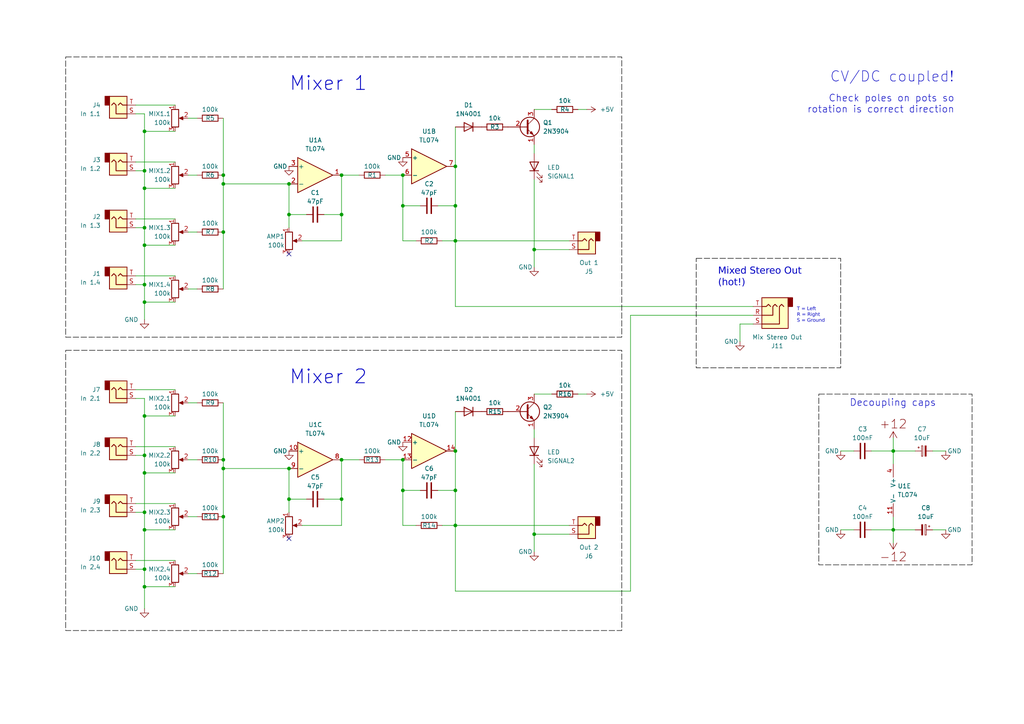
<source format=kicad_sch>
(kicad_sch (version 20230121) (generator eeschema)
  (paper "A4")
  (lib_symbols
    (symbol "Amplifier_Operational:TL074" (pin_names (offset 0.127))
      (property "Reference" "U" (at 0 5.08 0))
      (property "Value" "TL074" (at 0 -5.08 0))
      (symbol "TL074_1_1"
        (polyline (pts (xy -5.08 5.08) (xy 5.08 0) (xy -5.08 -5.08) (xy -5.08 5.08)) (stroke (width 0.254)) (fill (type background)))
        (pin output line (at 7.62 0 180) (length 2.54) (name "~") (number "1"))
        (pin input line (at -7.62 -2.54 0) (length 2.54) (name "-") (number "2"))
        (pin input line (at -7.62 2.54 0) (length 2.54) (name "+") (number "3"))
      )
      (symbol "TL074_2_1"
        (polyline (pts (xy -5.08 5.08) (xy 5.08 0) (xy -5.08 -5.08) (xy -5.08 5.08)) (stroke (width 0.254)) (fill (type background)))
        (pin input line (at -7.62 2.54 0) (length 2.54) (name "+") (number "5"))
        (pin input line (at -7.62 -2.54 0) (length 2.54) (name "-") (number "6"))
        (pin output line (at 7.62 0 180) (length 2.54) (name "~") (number "7"))
      )
      (symbol "TL074_3_1"
        (polyline (pts (xy -5.08 5.08) (xy 5.08 0) (xy -5.08 -5.08) (xy -5.08 5.08)) (stroke (width 0.254)) (fill (type background)))
        (pin input line (at -7.62 2.54 0) (length 2.54) (name "+") (number "10"))
        (pin output line (at 7.62 0 180) (length 2.54) (name "~") (number "8"))
        (pin input line (at -7.62 -2.54 0) (length 2.54) (name "-") (number "9"))
      )
      (symbol "TL074_4_1"
        (polyline (pts (xy -5.08 5.08) (xy 5.08 0) (xy -5.08 -5.08) (xy -5.08 5.08)) (stroke (width 0.254)) (fill (type background)))
        (pin input line (at -7.62 2.54 0) (length 2.54) (name "+") (number "12"))
        (pin input line (at -7.62 -2.54 0) (length 2.54) (name "-") (number "13"))
        (pin output line (at 7.62 0 180) (length 2.54) (name "~") (number "14"))
      )
      (symbol "TL074_5_1"
        (pin power_in line (at -2.54 -7.62 90) (length 3.81) (name "V-") (number "11"))
        (pin power_in line (at -2.54 7.62 270) (length 3.81) (name "V+") (number "4"))
      )
    )
    (symbol "Connector_Audio:AudioJack2"
      (property "Reference" "J" (at 0 8.89 0))
      (property "Value" "AudioJack2" (at 0 6.35 0))
      (symbol "AudioJack2_0_1"
        (rectangle (start -3.81 0) (end -2.54 -2.54) (stroke (width 0.254)) (fill (type outline)))
        (rectangle (start -2.54 3.81) (end 2.54 -2.54) (stroke (width 0.254)) (fill (type background)))
        (polyline (pts (xy 0 0) (xy 0.635 -0.635) (xy 1.27 0) (xy 2.54 0)) (stroke (width 0.254)))
        (polyline (pts (xy 2.54 2.54) (xy -0.635 2.54) (xy -0.635 0) (xy -1.27 -0.635) (xy -1.905 0)) (stroke (width 0.254)))
      )
      (symbol "AudioJack2_1_1"
        (pin passive line (at 5.08 2.54 180) (length 2.54) (name "~") (number "S"))
        (pin passive line (at 5.08 0 180) (length 2.54) (name "~") (number "T"))
      )
    )
    (symbol "Connector_Audio:AudioJack3"
      (property "Reference" "J" (at 0 8.89 0))
      (property "Value" "AudioJack3" (at 0 6.35 0))
      (symbol "AudioJack3_0_1"
        (rectangle (start -5.08 -5.08) (end -6.35 -2.54) (stroke (width 0.254)) (fill (type outline)))
        (polyline (pts (xy 0 -2.54) (xy 0.635 -3.175) (xy 1.27 -2.54) (xy 2.54 -2.54)) (stroke (width 0.254)))
        (polyline (pts (xy -1.905 -2.54) (xy -1.27 -3.175) (xy -0.635 -2.54) (xy -0.635 0) (xy 2.54 0)) (stroke (width 0.254)))
        (polyline (pts (xy 2.54 2.54) (xy -2.54 2.54) (xy -2.54 -2.54) (xy -3.175 -3.175) (xy -3.81 -2.54)) (stroke (width 0.254)))
        (rectangle (start 2.54 3.81) (end -5.08 -5.08) (stroke (width 0.254)) (fill (type background)))
      )
      (symbol "AudioJack3_1_1"
        (pin passive line (at 5.08 0 180) (length 2.54) (name "~") (number "R"))
        (pin passive line (at 5.08 2.54 180) (length 2.54) (name "~") (number "S"))
        (pin passive line (at 5.08 -2.54 180) (length 2.54) (name "~") (number "T"))
      )
    )
    (symbol "Device:C_Polarized_Small" (pin_numbers hide) (pin_names (offset 0.254) hide)
      (property "Reference" "C" (at 0.254 1.778 0))
      (property "Value" "C_Polarized_Small" (at 0.254 -2.032 0))
      (symbol "C_Polarized_Small_0_1"
        (rectangle (start -1.524 -0.3048) (end 1.524 -0.6858) (fill (type outline)))
        (rectangle (start -1.524 0.6858) (end 1.524 0.3048))
        (polyline (pts (xy -1.27 1.524) (xy -0.762 1.524)))
        (polyline (pts (xy -1.016 1.27) (xy -1.016 1.778)))
      )
      (symbol "C_Polarized_Small_1_1"
        (pin passive line (at 0 2.54 270) (length 1.8542) (name "~") (number "1"))
        (pin passive line (at 0 -2.54 90) (length 1.8542) (name "~") (number "2"))
      )
    )
    (symbol "Device:LED" (pin_numbers hide) (pin_names (offset 1.016) hide)
      (property "Reference" "D" (at 0 2.54 0))
      (property "Value" "LED" (at 0 -2.54 0))
      (symbol "LED_0_1"
        (polyline (pts (xy -1.27 -1.27) (xy -1.27 1.27)) (stroke (width 0.254)))
        (polyline (pts (xy -1.27 0) (xy 1.27 0)))
        (polyline (pts (xy 1.27 -1.27) (xy 1.27 1.27) (xy -1.27 0) (xy 1.27 -1.27)) (stroke (width 0.254)))
        (polyline (pts (xy -3.048 -0.762) (xy -4.572 -2.286) (xy -3.81 -2.286) (xy -4.572 -2.286) (xy -4.572 -1.524)))
        (polyline (pts (xy -1.778 -0.762) (xy -3.302 -2.286) (xy -2.54 -2.286) (xy -3.302 -2.286) (xy -3.302 -1.524)))
      )
      (symbol "LED_1_1"
        (pin passive line (at -3.81 0 0) (length 2.54) (name "K") (number "1"))
        (pin passive line (at 3.81 0 180) (length 2.54) (name "A") (number "2"))
      )
    )
    (symbol "Device:R_Potentiometer" (pin_names (offset 1.016) hide)
      (property "Reference" "RV" (at -4.445 0 90))
      (property "Value" "R_Potentiometer" (at -2.54 0 90))
      (symbol "R_Potentiometer_0_1"
        (polyline (pts (xy 2.54 0) (xy 1.524 0)))
        (polyline (pts (xy 1.143 0) (xy 2.286 0.508) (xy 2.286 -0.508) (xy 1.143 0)) (fill (type outline)))
        (rectangle (start 1.016 2.54) (end -1.016 -2.54) (stroke (width 0.254)))
      )
      (symbol "R_Potentiometer_1_1"
        (pin passive line (at 0 3.81 270) (length 1.27) (name "1") (number "1"))
        (pin passive line (at 3.81 0 180) (length 1.27) (name "2") (number "2"))
        (pin passive line (at 0 -3.81 90) (length 1.27) (name "3") (number "3"))
      )
    )
    (symbol "Diode:1N4001" (pin_numbers hide) (pin_names hide)
      (property "Reference" "D" (at 0 2.54 0))
      (property "Value" "1N4001" (at 0 -2.54 0))
      (symbol "1N4001_0_1"
        (polyline (pts (xy -1.27 1.27) (xy -1.27 -1.27)) (stroke (width 0.254)))
        (polyline (pts (xy 1.27 0) (xy -1.27 0)))
        (polyline (pts (xy 1.27 1.27) (xy 1.27 -1.27) (xy -1.27 0) (xy 1.27 1.27)) (stroke (width 0.254)))
      )
      (symbol "1N4001_1_1"
        (pin passive line (at -3.81 0 0) (length 2.54) (name "K") (number "1"))
        (pin passive line (at 3.81 0 180) (length 2.54) (name "A") (number "2"))
      )
    )
    (symbol "PCM_4ms_Power-symbol:+5V" (power) (pin_names (offset 0))
      (property "Value" "+5V" (at 0 3.556 0))
      (symbol "+5V_0_1"
        (polyline (pts (xy -0.762 1.27) (xy 0 2.54)))
        (polyline (pts (xy 0 0) (xy 0 2.54)))
        (polyline (pts (xy 0 2.54) (xy 0.762 1.27)))
      )
      (symbol "+5V_1_1"
        (pin power_in line (at 0 0 90) (length 0) hide (name "+5V") (number "1"))
      )
    )
    (symbol "PCM_4ms_Power-symbol:GND" (power) (pin_names (offset 0))
      (property "Value" "GND" (at 0 -3.81 0))
      (symbol "GND_0_1"
        (polyline (pts (xy 0 0) (xy 0 -1.27) (xy 1.27 -1.27) (xy 0 -2.54) (xy -1.27 -1.27) (xy 0 -1.27)))
      )
      (symbol "GND_1_1"
        (pin power_in line (at 0 0 270) (length 0) hide (name "GND") (number "1"))
      )
    )
    (symbol "PCM_Generic:P,+12" (power) (pin_numbers hide) (pin_names (offset 1.27) hide)
      (symbol "P,+12_1_1"
        (polyline (pts (xy 0 0) (xy 0 1.8288)))
        (polyline (pts (xy -1.0668 0) (xy 0 1.8288) (xy 1.0668 0)))
        (text "+12" (at 0 2.54 0) (effects (font (size 2.54 2.54)) (justify bottom)))
        (pin power_in line (at 0 0 0) (length 0) hide (name "+10") (number "0"))
      )
    )
    (symbol "PCM_Generic:P,-12" (power) (pin_numbers hide) (pin_names (offset 1.27) hide)
      (symbol "P,-12_1_1"
        (polyline (pts (xy 0 0) (xy 0 -1.8288)))
        (polyline (pts (xy -1.0668 0) (xy 0 -1.8288) (xy 1.0668 0)))
        (text "-12" (at 0 -2.54 0) (effects (font (size 2.54 2.54)) (justify top)))
        (pin power_in line (at 0 0 0) (length 0) hide (name "-12") (number "0"))
      )
    )
    (symbol "PCM_SL_Devices:Capacitor_NP"
      (property "Reference" "C" (at 0 6.35 0))
      (property "Value" "Capacitor_NP" (at 0 3.81 0))
      (symbol "Capacitor_NP_0_1"
        (rectangle (start -0.762 2.286) (end -0.508 -2.286) (fill (type outline)))
        (rectangle (start 0.508 2.286) (end 0.762 -2.286) (fill (type outline)))
      )
      (symbol "Capacitor_NP_1_1"
        (pin passive line (at -2.54 0 0) (length 2) (name "~") (number "1"))
        (pin input line (at 2.54 0 180) (length 2) (name "~") (number "2"))
      )
    )
    (symbol "PCM_SL_Devices:Resistor"
      (property "Reference" "R" (at 0 5.08 0))
      (property "Value" "Resistor" (at 0 2.54 0))
      (symbol "Resistor_0_1"
        (rectangle (start -2.286 0.889) (end 2.286 -0.889) (stroke (width 0.24)))
      )
      (symbol "Resistor_1_1"
        (pin passive line (at -3.81 0 0) (length 1.5) (name "") (number "1"))
        (pin passive line (at 3.81 0 180) (length 1.5) (name "~") (number "2"))
      )
    )
    (symbol "Transistor_BJT:2N3904" (pin_names (offset 0) hide)
      (property "Reference" "Q" (at 5.08 1.905 0))
      (property "Value" "2N3904" (at 5.08 0 0))
      (symbol "2N3904_0_1"
        (polyline (pts (xy 0.635 0.635) (xy 2.54 2.54)))
        (polyline (pts (xy 0.635 -0.635) (xy 2.54 -2.54) (xy 2.54 -2.54)))
        (polyline (pts (xy 0.635 1.905) (xy 0.635 -1.905) (xy 0.635 -1.905)) (stroke (width 0.508)))
        (polyline (pts (xy 1.27 -1.778) (xy 1.778 -1.27) (xy 2.286 -2.286) (xy 1.27 -1.778) (xy 1.27 -1.778)) (fill (type outline)))
        (circle (center 1.27 0) (radius 2.8194) (stroke (width 0.254)))
      )
      (symbol "2N3904_1_1"
        (pin passive line (at 2.54 -5.08 90) (length 2.54) (name "E") (number "1"))
        (pin passive line (at -5.08 0 0) (length 5.715) (name "B") (number "2"))
        (pin passive line (at 2.54 5.08 270) (length 2.54) (name "C") (number "3"))
      )
    )
  )
  (junction (at 259.08 130.81))
  (junction (at 41.91 71.12))
  (junction (at 64.77 53.34))
  (junction (at 41.91 49.53))
  (junction (at 83.82 144.78))
  (junction (at 41.91 165.1))
  (junction (at 41.91 38.1))
  (junction (at 132.08 152.4))
  (junction (at 99.06 62.23))
  (junction (at 132.08 142.24))
  (junction (at 116.84 50.8))
  (junction (at 41.91 120.65))
  (junction (at 116.84 59.69))
  (junction (at 41.91 66.04))
  (junction (at 83.82 135.89))
  (junction (at 83.82 62.23))
  (junction (at 259.08 153.67))
  (junction (at 41.91 132.08))
  (junction (at 132.08 130.81))
  (junction (at 64.77 135.89))
  (junction (at 64.77 50.8))
  (junction (at 99.06 144.78))
  (junction (at 64.77 67.31))
  (junction (at 154.94 154.94))
  (junction (at 41.91 153.67))
  (junction (at 41.91 54.61))
  (junction (at 154.94 72.39))
  (junction (at 99.06 50.8))
  (junction (at 83.82 53.34))
  (junction (at 116.84 142.24))
  (junction (at 99.06 133.35))
  (junction (at 41.91 148.59))
  (junction (at 132.08 48.26))
  (junction (at 116.84 133.35))
  (junction (at 64.77 149.86))
  (junction (at 41.91 137.16))
  (junction (at 64.77 133.35))
  (junction (at 41.91 82.55))
  (junction (at 41.91 170.18))
  (junction (at 132.08 69.85))
  (junction (at 132.08 59.69))
  (junction (at 41.91 87.63))
  (no_connect (at 83.82 156.21))
  (no_connect (at 83.82 73.66))
  (wire (pts (xy 87.63 69.85) (xy 99.06 69.85)))
  (wire (pts (xy 132.08 88.9) (xy 132.08 69.85)))
  (wire (pts (xy 39.37 115.57) (xy 41.91 115.57)))
  (wire (pts (xy 41.91 170.18) (xy 41.91 176.53)))
  (wire (pts (xy 132.08 119.38) (xy 132.08 130.81)))
  (wire (pts (xy 39.37 148.59) (xy 41.91 148.59)))
  (wire (pts (xy 64.77 135.89) (xy 64.77 149.86)))
  (wire (pts (xy 132.08 69.85) (xy 165.1 69.85)))
  (wire (pts (xy 41.91 38.1) (xy 41.91 49.53)))
  (wire (pts (xy 39.37 46.99) (xy 50.8 46.99)))
  (wire (pts (xy 41.91 153.67) (xy 50.8 153.67)))
  (wire (pts (xy 116.84 142.24) (xy 121.92 142.24)))
  (wire (pts (xy 41.91 165.1) (xy 41.91 170.18)))
  (wire (pts (xy 111.76 50.8) (xy 116.84 50.8)))
  (wire (pts (xy 93.98 62.23) (xy 99.06 62.23)))
  (wire (pts (xy 154.94 52.07) (xy 154.94 72.39)))
  (wire (pts (xy 41.91 66.04) (xy 41.91 71.12)))
  (wire (pts (xy 64.77 116.84) (xy 64.77 133.35)))
  (wire (pts (xy 214.63 93.98) (xy 214.63 99.06)))
  (wire (pts (xy 154.94 72.39) (xy 154.94 77.47)))
  (wire (pts (xy 64.77 34.29) (xy 64.77 50.8)))
  (wire (pts (xy 154.94 41.91) (xy 154.94 44.45)))
  (wire (pts (xy 132.08 59.69) (xy 132.08 69.85)))
  (wire (pts (xy 132.08 130.81) (xy 132.08 142.24)))
  (wire (pts (xy 259.08 153.67) (xy 259.08 149.86)))
  (wire (pts (xy 154.94 72.39) (xy 165.1 72.39)))
  (wire (pts (xy 154.94 134.62) (xy 154.94 154.94)))
  (wire (pts (xy 39.37 49.53) (xy 41.91 49.53)))
  (wire (pts (xy 41.91 71.12) (xy 41.91 82.55)))
  (wire (pts (xy 99.06 62.23) (xy 99.06 69.85)))
  (wire (pts (xy 243.84 130.81) (xy 247.65 130.81)))
  (wire (pts (xy 83.82 53.34) (xy 83.82 62.23)))
  (wire (pts (xy 160.02 114.3) (xy 154.94 114.3)))
  (wire (pts (xy 41.91 148.59) (xy 41.91 153.67)))
  (wire (pts (xy 41.91 33.02) (xy 41.91 38.1)))
  (wire (pts (xy 99.06 144.78) (xy 99.06 152.4)))
  (wire (pts (xy 39.37 33.02) (xy 41.91 33.02)))
  (wire (pts (xy 132.08 69.85) (xy 128.27 69.85)))
  (wire (pts (xy 259.08 127) (xy 259.08 130.81)))
  (wire (pts (xy 41.91 120.65) (xy 50.8 120.65)))
  (wire (pts (xy 93.98 144.78) (xy 99.06 144.78)))
  (wire (pts (xy 99.06 50.8) (xy 104.14 50.8)))
  (wire (pts (xy 259.08 130.81) (xy 265.43 130.81)))
  (wire (pts (xy 243.84 153.67) (xy 247.65 153.67)))
  (wire (pts (xy 127 59.69) (xy 132.08 59.69)))
  (wire (pts (xy 120.65 69.85) (xy 116.84 69.85)))
  (wire (pts (xy 170.18 114.3) (xy 167.64 114.3)))
  (wire (pts (xy 39.37 82.55) (xy 41.91 82.55)))
  (wire (pts (xy 132.08 36.83) (xy 132.08 48.26)))
  (wire (pts (xy 41.91 153.67) (xy 41.91 165.1)))
  (wire (pts (xy 259.08 153.67) (xy 265.43 153.67)))
  (wire (pts (xy 88.9 144.78) (xy 83.82 144.78)))
  (wire (pts (xy 182.88 171.45) (xy 132.08 171.45)))
  (wire (pts (xy 39.37 113.03) (xy 50.8 113.03)))
  (wire (pts (xy 182.88 91.44) (xy 182.88 171.45)))
  (wire (pts (xy 116.84 69.85) (xy 116.84 59.69)))
  (wire (pts (xy 41.91 87.63) (xy 41.91 92.71)))
  (wire (pts (xy 64.77 133.35) (xy 64.77 135.89)))
  (wire (pts (xy 252.73 153.67) (xy 259.08 153.67)))
  (wire (pts (xy 127 142.24) (xy 132.08 142.24)))
  (wire (pts (xy 274.32 130.81) (xy 270.51 130.81)))
  (wire (pts (xy 54.61 50.8) (xy 57.15 50.8)))
  (wire (pts (xy 218.44 91.44) (xy 182.88 91.44)))
  (wire (pts (xy 39.37 146.05) (xy 50.8 146.05)))
  (wire (pts (xy 83.82 62.23) (xy 83.82 66.04)))
  (wire (pts (xy 88.9 62.23) (xy 83.82 62.23)))
  (wire (pts (xy 41.91 87.63) (xy 50.8 87.63)))
  (wire (pts (xy 99.06 133.35) (xy 104.14 133.35)))
  (wire (pts (xy 41.91 54.61) (xy 41.91 66.04)))
  (wire (pts (xy 64.77 149.86) (xy 64.77 166.37)))
  (wire (pts (xy 41.91 71.12) (xy 50.8 71.12)))
  (wire (pts (xy 41.91 137.16) (xy 50.8 137.16)))
  (wire (pts (xy 259.08 153.67) (xy 259.08 157.48)))
  (wire (pts (xy 116.84 50.8) (xy 116.84 59.69)))
  (wire (pts (xy 54.61 116.84) (xy 57.15 116.84)))
  (wire (pts (xy 132.08 171.45) (xy 132.08 152.4)))
  (wire (pts (xy 154.94 124.46) (xy 154.94 127)))
  (wire (pts (xy 87.63 152.4) (xy 99.06 152.4)))
  (wire (pts (xy 64.77 53.34) (xy 64.77 67.31)))
  (wire (pts (xy 41.91 38.1) (xy 50.8 38.1)))
  (wire (pts (xy 41.91 170.18) (xy 50.8 170.18)))
  (wire (pts (xy 116.84 152.4) (xy 116.84 142.24)))
  (wire (pts (xy 99.06 50.8) (xy 99.06 62.23)))
  (wire (pts (xy 41.91 137.16) (xy 41.91 148.59)))
  (wire (pts (xy 54.61 34.29) (xy 57.15 34.29)))
  (wire (pts (xy 64.77 53.34) (xy 83.82 53.34)))
  (wire (pts (xy 154.94 154.94) (xy 165.1 154.94)))
  (wire (pts (xy 41.91 132.08) (xy 41.91 137.16)))
  (wire (pts (xy 132.08 142.24) (xy 132.08 152.4)))
  (wire (pts (xy 39.37 80.01) (xy 50.8 80.01)))
  (wire (pts (xy 64.77 50.8) (xy 64.77 53.34)))
  (wire (pts (xy 64.77 135.89) (xy 83.82 135.89)))
  (wire (pts (xy 154.94 154.94) (xy 154.94 160.02)))
  (wire (pts (xy 132.08 152.4) (xy 165.1 152.4)))
  (wire (pts (xy 120.65 152.4) (xy 116.84 152.4)))
  (wire (pts (xy 41.91 54.61) (xy 50.8 54.61)))
  (wire (pts (xy 39.37 129.54) (xy 50.8 129.54)))
  (wire (pts (xy 170.18 31.75) (xy 167.64 31.75)))
  (wire (pts (xy 274.32 153.67) (xy 270.51 153.67)))
  (wire (pts (xy 54.61 83.82) (xy 57.15 83.82)))
  (wire (pts (xy 41.91 120.65) (xy 41.91 132.08)))
  (wire (pts (xy 218.44 93.98) (xy 214.63 93.98)))
  (wire (pts (xy 41.91 49.53) (xy 41.91 54.61)))
  (wire (pts (xy 54.61 166.37) (xy 57.15 166.37)))
  (wire (pts (xy 39.37 63.5) (xy 50.8 63.5)))
  (wire (pts (xy 132.08 152.4) (xy 128.27 152.4)))
  (wire (pts (xy 64.77 67.31) (xy 64.77 83.82)))
  (wire (pts (xy 39.37 132.08) (xy 41.91 132.08)))
  (wire (pts (xy 83.82 135.89) (xy 83.82 144.78)))
  (wire (pts (xy 252.73 130.81) (xy 259.08 130.81)))
  (wire (pts (xy 54.61 67.31) (xy 57.15 67.31)))
  (wire (pts (xy 111.76 133.35) (xy 116.84 133.35)))
  (wire (pts (xy 39.37 162.56) (xy 50.8 162.56)))
  (wire (pts (xy 132.08 48.26) (xy 132.08 59.69)))
  (wire (pts (xy 160.02 31.75) (xy 154.94 31.75)))
  (wire (pts (xy 41.91 115.57) (xy 41.91 120.65)))
  (wire (pts (xy 54.61 149.86) (xy 57.15 149.86)))
  (wire (pts (xy 83.82 144.78) (xy 83.82 148.59)))
  (wire (pts (xy 218.44 88.9) (xy 132.08 88.9)))
  (wire (pts (xy 99.06 133.35) (xy 99.06 144.78)))
  (wire (pts (xy 54.61 133.35) (xy 57.15 133.35)))
  (wire (pts (xy 41.91 82.55) (xy 41.91 87.63)))
  (wire (pts (xy 39.37 165.1) (xy 41.91 165.1)))
  (wire (pts (xy 116.84 133.35) (xy 116.84 142.24)))
  (wire (pts (xy 259.08 130.81) (xy 259.08 134.62)))
  (wire (pts (xy 39.37 30.48) (xy 50.8 30.48)))
  (wire (pts (xy 39.37 66.04) (xy 41.91 66.04)))
  (wire (pts (xy 116.84 59.69) (xy 121.92 59.69)))
  (rectangle (start 201.93 74.93) (end 243.84 106.68) (stroke (width 0) (type dash) (color 0 0 0 1)))
  (rectangle (start 19.05 16.51) (end 180.34 97.79) (stroke (width 0) (type dash) (color 5 5 5 1)))
  (rectangle (start 19.05 101.6) (end 180.34 182.88) (stroke (width 0) (type dash) (color 5 5 5 1)))
  (rectangle (start 237.49 114.3) (end 281.94 163.83) (stroke (width 0) (type dash) (color 0 0 0 1)))
  (text "Decoupling caps" (at 246.38 118.11 0) (effects (font (size 2 2)) (justify left bottom)))
  (text "T = Left\nR = Right\nS = Ground" (at 231.14 93.98 0) (effects (font (size 1 1)) (justify left bottom)))
  (text "Check poles on pots so\nrotation is correct direction" (at 276.86 33.02 0) (effects (font (size 2 2)) (justify right bottom)))
  (text "Mixed Stereo Out\n(hot!)" (at 208.28 83.82 0) (effects (font (size 2 2)) (justify left bottom)))
  (text "CV/DC coupled!" (at 276.86 24.13 0) (effects (font (size 3 3)) (justify right bottom)))
  (text "Mixer 2\n" (at 83.82 111.76 0) (effects (font (size 4 4) (thickness 0.254) bold) (justify left bottom)))
  (text "Mixer 1" (at 83.82 26.67 0) (effects (font (size 4 4) (thickness 0.254) bold) (justify left bottom)))
  (symbol (lib_id "PCM_SL_Devices:Capacitor_NP") (at 91.44 144.78 0) (unit 1)
    (property "Reference" "C5" (at 91.44 138.43 0))
    (property "Value" "47pF" (at 91.44 140.97 0))
    (property "Footprint" "Capacitor_THT:C_Disc_D3.0mm_W2.0mm_P2.50mm" (effects hide))
  )
  (symbol (lib_id "PCM_SL_Devices:Resistor") (at 124.46 152.4 0) (unit 1)
    (property "Reference" "R14" (at 124.46 152.4 0))
    (property "Value" "100k" (at 124.46 149.86 0))
    (property "Footprint" "Resistor_THT:R_Axial_DIN0207_L6.3mm_D2.5mm_P10.16mm_Horizontal" (effects hide))
  )
  (symbol (lib_id "PCM_4ms_Power-symbol:GND") (at 274.32 130.81 0) (mirror y) (unit 1)
    (property "Reference" "#PWR015" (effects hide))
    (property "Value" "GND" (at 276.86 130.81 0))
  )
  (symbol (lib_id "PCM_SL_Devices:Resistor") (at 163.83 114.3 0) (unit 1)
    (property "Reference" "R16" (at 163.83 114.3 0))
    (property "Value" "10k" (at 163.83 111.76 0))
    (property "Footprint" "Resistor_THT:R_Axial_DIN0207_L6.3mm_D2.5mm_P10.16mm_Horizontal" (effects hide))
  )
  (symbol (lib_id "Device:C_Polarized_Small") (at 267.97 130.81 90) (mirror x) (unit 1)
    (property "Reference" "C7" (at 267.4239 124.46 90))
    (property "Value" "10uF" (at 267.4239 127 90))
    (property "Footprint" "PCM_4ms_Capacitor:CP_Radial_P2.5mm" (effects hide))
  )
  (symbol (lib_id "PCM_Generic:P,-12") (at 259.08 157.48 0) (unit 1)
    (property "Reference" "#PWR08" (effects hide))
    (property "Value" "P,-12" (effects hide))
  )
  (symbol (lib_id "Connector_Audio:AudioJack2") (at 34.29 63.5 0) (mirror x) (unit 1)
    (property "Reference" "J2" (at 29.21 62.865 0) (effects (justify right)))
    (property "Value" "In 1.3" (at 29.21 65.405 0) (effects (justify right)))
    (property "Footprint" "Connector_Audio:Jack_6.35mm_Neutrik_NJ2FD-V_Vertical" (effects hide))
  )
  (symbol (lib_id "Device:R_Potentiometer") (at 83.82 152.4 0) (unit 1)
    (property "Reference" "AMP2" (at 82.55 151.13 0) (effects (justify right)))
    (property "Value" "100k" (at 82.55 153.67 0) (effects (justify right)))
    (property "Footprint" "PCM_4ms_Potentiometer:Pot_9mm_DShaft" (effects hide))
  )
  (symbol (lib_id "Amplifier_Operational:TL074") (at 124.46 130.81 0) (unit 4)
    (property "Reference" "U1" (at 124.46 120.65 0))
    (property "Value" "TL074" (at 124.46 123.19 0))
    (property "Footprint" "PCM_4ms_Package_DIP:DIP-14_W7.62mm" (effects hide))
    (property "Datasheet" "http://www.ti.com/lit/ds/symlink/tl071.pdf" (effects hide))
  )
  (symbol (lib_id "Device:R_Potentiometer") (at 50.8 50.8 0) (unit 1)
    (property "Reference" "MIX1.2" (at 49.53 49.53 0) (effects (justify right)))
    (property "Value" "100k" (at 49.53 52.07 0) (effects (justify right)))
    (property "Footprint" "PCM_4ms_Potentiometer:Pot_9mm_DShaft" (effects hide))
  )
  (symbol (lib_id "PCM_SL_Devices:Resistor") (at 60.96 149.86 0) (unit 1)
    (property "Reference" "R11" (at 60.96 149.86 0))
    (property "Value" "100k" (at 60.96 147.32 0))
    (property "Footprint" "Resistor_THT:R_Axial_DIN0207_L6.3mm_D2.5mm_P10.16mm_Horizontal" (effects hide))
  )
  (symbol (lib_id "Connector_Audio:AudioJack2") (at 34.29 80.01 0) (mirror x) (unit 1)
    (property "Reference" "J1" (at 29.21 79.375 0) (effects (justify right)))
    (property "Value" "In 1.4" (at 29.21 81.915 0) (effects (justify right)))
    (property "Footprint" "Connector_Audio:Jack_6.35mm_Neutrik_NJ2FD-V_Vertical" (effects hide))
  )
  (symbol (lib_id "PCM_SL_Devices:Capacitor_NP") (at 250.19 130.81 0) (unit 1)
    (property "Reference" "C3" (at 250.19 124.46 0))
    (property "Value" "100nF" (at 250.19 127 0))
    (property "Footprint" "Capacitor_THT:C_Disc_D3.0mm_W2.0mm_P2.50mm" (effects hide))
  )
  (symbol (lib_id "PCM_SL_Devices:Capacitor_NP") (at 91.44 62.23 0) (unit 1)
    (property "Reference" "C1" (at 91.44 55.88 0))
    (property "Value" "47pF" (at 91.44 58.42 0))
    (property "Footprint" "Capacitor_THT:C_Disc_D3.0mm_W2.0mm_P2.50mm" (effects hide))
  )
  (symbol (lib_id "PCM_4ms_Power-symbol:GND") (at 154.94 160.02 0) (unit 1)
    (property "Reference" "#PWR013" (effects hide))
    (property "Value" "GND" (at 152.4 160.02 0))
  )
  (symbol (lib_id "Device:LED") (at 154.94 130.81 90) (unit 1)
    (property "Reference" "SIGNAL2" (at 158.75 133.6675 90) (effects (justify right)))
    (property "Value" "LED" (at 158.75 131.1275 90) (effects (justify right)))
    (property "Footprint" "PCM_4ms_LED:LED_3mm_C1A2_Polarity_Indicator" (effects hide))
  )
  (symbol (lib_id "Connector_Audio:AudioJack2") (at 34.29 146.05 0) (mirror x) (unit 1)
    (property "Reference" "J9" (at 29.21 145.415 0) (effects (justify right)))
    (property "Value" "In 2.3" (at 29.21 147.955 0) (effects (justify right)))
    (property "Footprint" "Connector_Audio:Jack_6.35mm_Neutrik_NJ2FD-V_Vertical" (effects hide))
  )
  (symbol (lib_id "PCM_SL_Devices:Resistor") (at 60.96 67.31 0) (unit 1)
    (property "Reference" "R7" (at 60.96 67.31 0))
    (property "Value" "100k" (at 60.96 64.77 0))
    (property "Footprint" "Resistor_THT:R_Axial_DIN0207_L6.3mm_D2.5mm_P10.16mm_Horizontal" (effects hide))
  )
  (symbol (lib_id "Device:R_Potentiometer") (at 50.8 67.31 0) (unit 1)
    (property "Reference" "MIX1.3" (at 49.53 66.04 0) (effects (justify right)))
    (property "Value" "100k" (at 49.53 68.58 0) (effects (justify right)))
    (property "Footprint" "PCM_4ms_Potentiometer:Pot_9mm_DShaft" (effects hide))
  )
  (symbol (lib_id "Transistor_BJT:2N3904") (at 152.4 119.38 0) (unit 1)
    (property "Reference" "Q2" (at 157.48 118.11 0) (effects (justify left)))
    (property "Value" "2N3904" (at 157.48 120.65 0) (effects (justify left)))
    (property "Footprint" "Package_TO_SOT_THT:TO-92_Inline" (effects hide))
    (property "Datasheet" "https://www.onsemi.com/pub/Collateral/2N3903-D.PDF" (effects hide))
  )
  (symbol (lib_id "Connector_Audio:AudioJack3") (at 223.52 91.44 180) (unit 1)
    (property "Reference" "J11" (at 225.425 100.33 0))
    (property "Value" "Mix Stereo Out" (at 225.425 97.79 0))
    (property "Footprint" "Connector_Audio:Jack_6.35mm_Neutrik_NJ3FD-V_Vertical" (effects hide))
  )
  (symbol (lib_id "PCM_SL_Devices:Resistor") (at 60.96 50.8 0) (unit 1)
    (property "Reference" "R6" (at 60.96 50.8 0))
    (property "Value" "100k" (at 60.96 48.26 0))
    (property "Footprint" "Resistor_THT:R_Axial_DIN0207_L6.3mm_D2.5mm_P10.16mm_Horizontal" (effects hide))
  )
  (symbol (lib_id "PCM_4ms_Power-symbol:GND") (at 154.94 77.47 0) (unit 1)
    (property "Reference" "#PWR04" (effects hide))
    (property "Value" "GND" (at 152.4 77.47 0))
  )
  (symbol (lib_id "PCM_SL_Devices:Resistor") (at 60.96 166.37 0) (unit 1)
    (property "Reference" "R12" (at 60.96 166.37 0))
    (property "Value" "100k" (at 60.96 163.83 0))
    (property "Footprint" "Resistor_THT:R_Axial_DIN0207_L6.3mm_D2.5mm_P10.16mm_Horizontal" (effects hide))
  )
  (symbol (lib_id "PCM_SL_Devices:Resistor") (at 60.96 83.82 0) (unit 1)
    (property "Reference" "R8" (at 60.96 83.82 0))
    (property "Value" "100k" (at 60.96 81.28 0))
    (property "Footprint" "Resistor_THT:R_Axial_DIN0207_L6.3mm_D2.5mm_P10.16mm_Horizontal" (effects hide))
  )
  (symbol (lib_id "Connector_Audio:AudioJack2") (at 34.29 129.54 0) (mirror x) (unit 1)
    (property "Reference" "J8" (at 29.21 128.905 0) (effects (justify right)))
    (property "Value" "In 2.2" (at 29.21 131.445 0) (effects (justify right)))
    (property "Footprint" "Connector_Audio:Jack_6.35mm_Neutrik_NJ2FD-V_Vertical" (effects hide))
  )
  (symbol (lib_id "PCM_SL_Devices:Capacitor_NP") (at 124.46 59.69 0) (unit 1)
    (property "Reference" "C2" (at 124.46 53.34 0))
    (property "Value" "47pF" (at 124.46 55.88 0))
    (property "Footprint" "Capacitor_THT:C_Disc_D3.0mm_W2.0mm_P2.50mm" (effects hide))
  )
  (symbol (lib_id "PCM_SL_Devices:Resistor") (at 60.96 133.35 0) (unit 1)
    (property "Reference" "R10" (at 60.96 133.35 0))
    (property "Value" "100k" (at 60.96 130.81 0))
    (property "Footprint" "Resistor_THT:R_Axial_DIN0207_L6.3mm_D2.5mm_P10.16mm_Horizontal" (effects hide))
  )
  (symbol (lib_id "Amplifier_Operational:TL074") (at 91.44 50.8 0) (unit 1)
    (property "Reference" "U1" (at 91.44 40.64 0))
    (property "Value" "TL074" (at 91.44 43.18 0))
    (property "Footprint" "PCM_4ms_Package_DIP:DIP-14_W7.62mm" (effects hide))
    (property "Datasheet" "http://www.ti.com/lit/ds/symlink/tl071.pdf" (effects hide))
  )
  (symbol (lib_id "Connector_Audio:AudioJack2") (at 34.29 46.99 0) (mirror x) (unit 1)
    (property "Reference" "J3" (at 29.21 46.355 0) (effects (justify right)))
    (property "Value" "In 1.2" (at 29.21 48.895 0) (effects (justify right)))
    (property "Footprint" "Connector_Audio:Jack_6.35mm_Neutrik_NJ2FD-V_Vertical" (effects hide))
  )
  (symbol (lib_id "PCM_SL_Devices:Resistor") (at 163.83 31.75 0) (unit 1)
    (property "Reference" "R4" (at 163.83 31.75 0))
    (property "Value" "10k" (at 163.83 29.21 0))
    (property "Footprint" "Resistor_THT:R_Axial_DIN0207_L6.3mm_D2.5mm_P10.16mm_Horizontal" (effects hide))
  )
  (symbol (lib_id "Device:R_Potentiometer") (at 50.8 133.35 0) (unit 1)
    (property "Reference" "MIX2.2" (at 49.53 132.08 0) (effects (justify right)))
    (property "Value" "100k" (at 49.53 134.62 0) (effects (justify right)))
    (property "Footprint" "PCM_4ms_Potentiometer:Pot_9mm_DShaft" (effects hide))
  )
  (symbol (lib_id "PCM_4ms_Power-symbol:GND") (at 41.91 176.53 0) (unit 1)
    (property "Reference" "#PWR010" (effects hide))
    (property "Value" "GND" (at 38.1 176.53 0))
  )
  (symbol (lib_id "PCM_4ms_Power-symbol:GND") (at 83.82 48.26 0) (unit 1)
    (property "Reference" "#PWR01" (effects hide))
    (property "Value" "GND" (at 81.28 48.26 0))
  )
  (symbol (lib_id "Device:R_Potentiometer") (at 50.8 166.37 0) (unit 1)
    (property "Reference" "MIX2.4" (at 49.53 165.1 0) (effects (justify right)))
    (property "Value" "100k" (at 49.53 167.64 0) (effects (justify right)))
    (property "Footprint" "PCM_4ms_Potentiometer:Pot_9mm_DShaft" (effects hide))
  )
  (symbol (lib_id "PCM_4ms_Power-symbol:+5V") (at 170.18 31.75 270) (unit 1)
    (property "Reference" "#PWR03" (effects hide))
    (property "Value" "+5V" (at 173.99 31.75 90) (effects (justify left)))
  )
  (symbol (lib_id "PCM_4ms_Power-symbol:GND") (at 116.84 128.27 0) (unit 1)
    (property "Reference" "#PWR012" (effects hide))
    (property "Value" "GND" (at 114.3 128.27 0))
  )
  (symbol (lib_id "PCM_SL_Devices:Resistor") (at 143.51 119.38 0) (unit 1)
    (property "Reference" "R15" (at 143.51 119.38 0))
    (property "Value" "10k" (at 143.51 116.84 0))
    (property "Footprint" "Resistor_THT:R_Axial_DIN0207_L6.3mm_D2.5mm_P10.16mm_Horizontal" (effects hide))
  )
  (symbol (lib_id "Device:R_Potentiometer") (at 50.8 149.86 0) (unit 1)
    (property "Reference" "MIX2.3" (at 49.53 148.59 0) (effects (justify right)))
    (property "Value" "100k" (at 49.53 151.13 0) (effects (justify right)))
    (property "Footprint" "PCM_4ms_Potentiometer:Pot_9mm_DShaft" (effects hide))
  )
  (symbol (lib_id "Connector_Audio:AudioJack2") (at 170.18 152.4 180) (unit 1)
    (property "Reference" "J6" (at 170.815 161.29 0))
    (property "Value" "Out 2" (at 170.815 158.75 0))
    (property "Footprint" "Connector_Audio:Jack_6.35mm_Neutrik_NJ2FD-V_Vertical" (effects hide))
  )
  (symbol (lib_id "Device:R_Potentiometer") (at 50.8 34.29 0) (unit 1)
    (property "Reference" "MIX1.1" (at 49.53 33.02 0) (effects (justify right)))
    (property "Value" "100k" (at 49.53 35.56 0) (effects (justify right)))
    (property "Footprint" "PCM_4ms_Potentiometer:Pot_9mm_DShaft" (effects hide))
  )
  (symbol (lib_id "Connector_Audio:AudioJack2") (at 34.29 113.03 0) (mirror x) (unit 1)
    (property "Reference" "J7" (at 27.94 113.03 0))
    (property "Value" "In 2.1" (at 29.21 115.57 0) (effects (justify right)))
    (property "Footprint" "Connector_Audio:Jack_6.35mm_Neutrik_NJ2FD-V_Vertical" (effects hide))
  )
  (symbol (lib_id "Device:R_Potentiometer") (at 50.8 83.82 0) (unit 1)
    (property "Reference" "MIX1.4" (at 49.53 82.55 0) (effects (justify right)))
    (property "Value" "100k" (at 49.53 85.09 0) (effects (justify right)))
    (property "Footprint" "PCM_4ms_Potentiometer:Pot_9mm_DShaft" (effects hide))
  )
  (symbol (lib_id "PCM_SL_Devices:Resistor") (at 107.95 50.8 0) (unit 1)
    (property "Reference" "R1" (at 107.95 50.8 0))
    (property "Value" "100k" (at 107.95 48.26 0))
    (property "Footprint" "Resistor_THT:R_Axial_DIN0207_L6.3mm_D2.5mm_P10.16mm_Horizontal" (effects hide))
  )
  (symbol (lib_id "Device:R_Potentiometer") (at 50.8 116.84 0) (unit 1)
    (property "Reference" "MIX2.1" (at 49.53 115.57 0) (effects (justify right)))
    (property "Value" "100k" (at 49.53 118.11 0) (effects (justify right)))
    (property "Footprint" "PCM_4ms_Potentiometer:Pot_9mm_DShaft" (effects hide))
  )
  (symbol (lib_id "PCM_4ms_Power-symbol:GND") (at 243.84 153.67 0) (unit 1)
    (property "Reference" "#PWR09" (effects hide))
    (property "Value" "GND" (at 241.3 153.67 0))
  )
  (symbol (lib_id "PCM_SL_Devices:Capacitor_NP") (at 124.46 142.24 0) (unit 1)
    (property "Reference" "C6" (at 124.46 135.89 0))
    (property "Value" "47pF" (at 124.46 138.43 0))
    (property "Footprint" "Capacitor_THT:C_Disc_D3.0mm_W2.0mm_P2.50mm" (effects hide))
  )
  (symbol (lib_id "Connector_Audio:AudioJack2") (at 34.29 30.48 0) (mirror x) (unit 1)
    (property "Reference" "J4" (at 29.21 30.48 0) (effects (justify right)))
    (property "Value" "In 1.1" (at 29.21 33.02 0) (effects (justify right)))
    (property "Footprint" "Connector_Audio:Jack_6.35mm_Neutrik_NJ2FD-V_Vertical" (effects hide))
  )
  (symbol (lib_id "PCM_4ms_Power-symbol:GND") (at 116.84 45.72 0) (unit 1)
    (property "Reference" "#PWR02" (effects hide))
    (property "Value" "GND" (at 114.3 45.72 0))
  )
  (symbol (lib_id "PCM_4ms_Power-symbol:GND") (at 214.63 99.06 0) (unit 1)
    (property "Reference" "#PWR017" (effects hide))
    (property "Value" "GND" (at 212.09 99.06 0))
  )
  (symbol (lib_id "PCM_4ms_Power-symbol:GND") (at 83.82 130.81 0) (unit 1)
    (property "Reference" "#PWR011" (effects hide))
    (property "Value" "GND" (at 81.28 130.81 0))
  )
  (symbol (lib_id "PCM_SL_Devices:Resistor") (at 124.46 69.85 0) (unit 1)
    (property "Reference" "R2" (at 124.46 69.85 0))
    (property "Value" "100k" (at 124.46 67.31 0))
    (property "Footprint" "Resistor_THT:R_Axial_DIN0207_L6.3mm_D2.5mm_P10.16mm_Horizontal" (effects hide))
  )
  (symbol (lib_id "Transistor_BJT:2N3904") (at 152.4 36.83 0) (unit 1)
    (property "Reference" "Q1" (at 157.48 35.56 0) (effects (justify left)))
    (property "Value" "2N3904" (at 157.48 38.1 0) (effects (justify left)))
    (property "Footprint" "Package_TO_SOT_THT:TO-92_Inline" (effects hide))
    (property "Datasheet" "https://www.onsemi.com/pub/Collateral/2N3903-D.PDF" (effects hide))
  )
  (symbol (lib_id "PCM_SL_Devices:Resistor") (at 60.96 34.29 0) (unit 1)
    (property "Reference" "R5" (at 60.96 34.29 0))
    (property "Value" "100k" (at 60.96 31.75 0))
    (property "Footprint" "Resistor_THT:R_Axial_DIN0207_L6.3mm_D2.5mm_P10.16mm_Horizontal" (effects hide))
  )
  (symbol (lib_id "PCM_SL_Devices:Resistor") (at 107.95 133.35 0) (unit 1)
    (property "Reference" "R13" (at 107.95 133.35 0))
    (property "Value" "100k" (at 107.95 130.81 0))
    (property "Footprint" "Resistor_THT:R_Axial_DIN0207_L6.3mm_D2.5mm_P10.16mm_Horizontal" (effects hide))
  )
  (symbol (lib_id "Amplifier_Operational:TL074") (at 124.46 48.26 0) (unit 2)
    (property "Reference" "U1" (at 124.46 38.1 0))
    (property "Value" "TL074" (at 124.46 40.64 0))
    (property "Footprint" "PCM_4ms_Package_DIP:DIP-14_W7.62mm" (effects hide))
    (property "Datasheet" "http://www.ti.com/lit/ds/symlink/tl071.pdf" (effects hide))
  )
  (symbol (lib_id "PCM_SL_Devices:Resistor") (at 143.51 36.83 0) (unit 1)
    (property "Reference" "R3" (at 143.51 36.83 0))
    (property "Value" "10k" (at 143.51 34.29 0))
    (property "Footprint" "Resistor_THT:R_Axial_DIN0207_L6.3mm_D2.5mm_P10.16mm_Horizontal" (effects hide))
  )
  (symbol (lib_id "Device:C_Polarized_Small") (at 267.97 153.67 270) (unit 1)
    (property "Reference" "C8" (at 268.5161 147.32 90))
    (property "Value" "10uF" (at 268.5161 149.86 90))
    (property "Footprint" "PCM_4ms_Capacitor:CP_Radial_P2.5mm" (effects hide))
  )
  (symbol (lib_id "Amplifier_Operational:TL074") (at 91.44 133.35 0) (unit 3)
    (property "Reference" "U1" (at 91.44 123.19 0))
    (property "Value" "TL074" (at 91.44 125.73 0))
    (property "Footprint" "PCM_4ms_Package_DIP:DIP-14_W7.62mm" (effects hide))
    (property "Datasheet" "http://www.ti.com/lit/ds/symlink/tl071.pdf" (effects hide))
  )
  (symbol (lib_id "Device:LED") (at 154.94 48.26 90) (unit 1)
    (property "Reference" "SIGNAL1" (at 158.75 51.1175 90) (effects (justify right)))
    (property "Value" "LED" (at 158.75 48.5775 90) (effects (justify right)))
    (property "Footprint" "PCM_4ms_LED:LED_3mm_C1A2_Polarity_Indicator" (effects hide))
  )
  (symbol (lib_id "Diode:1N4001") (at 135.89 36.83 0) (mirror y) (unit 1)
    (property "Reference" "D1" (at 135.89 30.48 0))
    (property "Value" "1N4001" (at 135.89 33.02 0))
    (property "Footprint" "Diode_THT:D_DO-41_SOD81_P10.16mm_Horizontal" (effects hide))
    (property "Datasheet" "http://www.vishay.com/docs/88503/1n4001.pdf" (effects hide))
    (property "Sim.Device" "D" (effects hide))
    (property "Sim.Pins" "1=K 2=A" (effects hide))
  )
  (symbol (lib_id "PCM_4ms_Power-symbol:+5V") (at 170.18 114.3 270) (unit 1)
    (property "Reference" "#PWR014" (effects hide))
    (property "Value" "+5V" (at 173.99 114.3 90) (effects (justify left)))
  )
  (symbol (lib_id "Device:R_Potentiometer") (at 83.82 69.85 0) (unit 1)
    (property "Reference" "AMP1" (at 82.55 68.58 0) (effects (justify right)))
    (property "Value" "100k" (at 82.55 71.12 0) (effects (justify right)))
    (property "Footprint" "PCM_4ms_Potentiometer:Pot_9mm_DShaft" (effects hide))
  )
  (symbol (lib_id "PCM_SL_Devices:Resistor") (at 60.96 116.84 0) (unit 1)
    (property "Reference" "R9" (at 60.96 116.84 0))
    (property "Value" "100k" (at 60.96 114.3 0))
    (property "Footprint" "Resistor_THT:R_Axial_DIN0207_L6.3mm_D2.5mm_P10.16mm_Horizontal" (effects hide))
  )
  (symbol (lib_id "PCM_SL_Devices:Capacitor_NP") (at 250.19 153.67 0) (unit 1)
    (property "Reference" "C4" (at 250.19 147.32 0))
    (property "Value" "100nF" (at 250.19 149.86 0))
    (property "Footprint" "Capacitor_THT:C_Disc_D3.0mm_W2.0mm_P2.50mm" (effects hide))
  )
  (symbol (lib_id "PCM_4ms_Power-symbol:GND") (at 274.32 153.67 0) (mirror y) (unit 1)
    (property "Reference" "#PWR016" (effects hide))
    (property "Value" "GND" (at 276.86 153.67 0))
  )
  (symbol (lib_id "PCM_4ms_Power-symbol:GND") (at 41.91 92.71 0) (unit 1)
    (property "Reference" "#PWR05" (effects hide))
    (property "Value" "GND" (at 38.1 92.71 0))
  )
  (symbol (lib_id "Connector_Audio:AudioJack2") (at 34.29 162.56 0) (mirror x) (unit 1)
    (property "Reference" "J10" (at 29.21 161.925 0) (effects (justify right)))
    (property "Value" "In 2.4" (at 29.21 164.465 0) (effects (justify right)))
    (property "Footprint" "Connector_Audio:Jack_6.35mm_Neutrik_NJ2FD-V_Vertical" (effects hide))
  )
  (symbol (lib_id "Amplifier_Operational:TL074") (at 261.62 142.24 0) (unit 5)
    (property "Reference" "U1" (at 260.35 140.97 0) (effects (justify left)))
    (property "Value" "TL074" (at 260.35 143.51 0) (effects (justify left)))
    (property "Footprint" "PCM_4ms_Package_DIP:DIP-14_W7.62mm" (effects hide))
    (property "Datasheet" "http://www.ti.com/lit/ds/symlink/tl071.pdf" (effects hide))
  )
  (symbol (lib_id "PCM_4ms_Power-symbol:GND") (at 243.84 130.81 0) (unit 1)
    (property "Reference" "#PWR06" (effects hide))
    (property "Value" "GND" (at 241.3 130.81 0))
  )
  (symbol (lib_id "Diode:1N4001") (at 135.89 119.38 0) (mirror y) (unit 1)
    (property "Reference" "D2" (at 135.89 113.03 0))
    (property "Value" "1N4001" (at 135.89 115.57 0))
    (property "Footprint" "Diode_THT:D_DO-41_SOD81_P10.16mm_Horizontal" (effects hide))
    (property "Datasheet" "http://www.vishay.com/docs/88503/1n4001.pdf" (effects hide))
    (property "Sim.Device" "D" (effects hide))
    (property "Sim.Pins" "1=K 2=A" (effects hide))
  )
  (symbol (lib_id "Connector_Audio:AudioJack2") (at 170.18 69.85 180) (unit 1)
    (property "Reference" "J5" (at 170.815 78.74 0))
    (property "Value" "Out 1" (at 170.815 76.2 0))
    (property "Footprint" "Connector_Audio:Jack_6.35mm_Neutrik_NJ2FD-V_Vertical" (effects hide))
  )
  (symbol (lib_id "PCM_Generic:P,+12") (at 259.08 127 0) (unit 1)
    (property "Reference" "#PWR07" (effects hide))
    (property "Value" "P,+12" (effects hide))
  )
)
</source>
